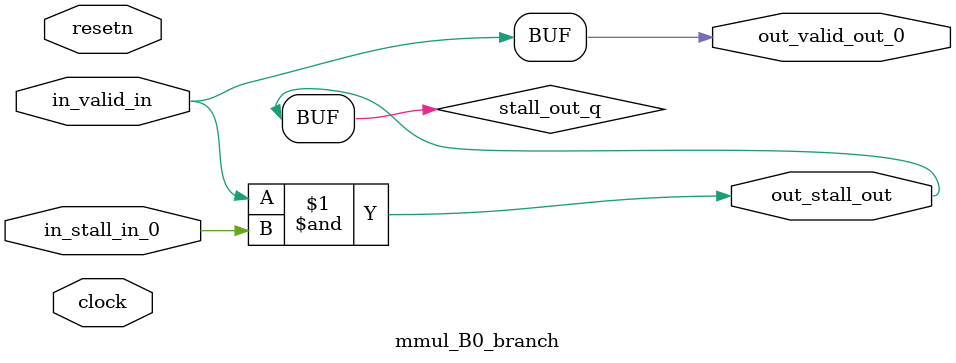
<source format=sv>



(* altera_attribute = "-name AUTO_SHIFT_REGISTER_RECOGNITION OFF; -name MESSAGE_DISABLE 10036; -name MESSAGE_DISABLE 10037; -name MESSAGE_DISABLE 14130; -name MESSAGE_DISABLE 14320; -name MESSAGE_DISABLE 15400; -name MESSAGE_DISABLE 14130; -name MESSAGE_DISABLE 10036; -name MESSAGE_DISABLE 12020; -name MESSAGE_DISABLE 12030; -name MESSAGE_DISABLE 12010; -name MESSAGE_DISABLE 12110; -name MESSAGE_DISABLE 14320; -name MESSAGE_DISABLE 13410; -name MESSAGE_DISABLE 113007; -name MESSAGE_DISABLE 10958" *)
module mmul_B0_branch (
    input wire [0:0] in_stall_in_0,
    input wire [0:0] in_valid_in,
    output wire [0:0] out_stall_out,
    output wire [0:0] out_valid_out_0,
    input wire clock,
    input wire resetn
    );

    wire [0:0] stall_out_q;


    // stall_out(LOGICAL,6)
    assign stall_out_q = in_valid_in & in_stall_in_0;

    // out_stall_out(GPOUT,4)
    assign out_stall_out = stall_out_q;

    // out_valid_out_0(GPOUT,5)
    assign out_valid_out_0 = in_valid_in;

endmodule

</source>
